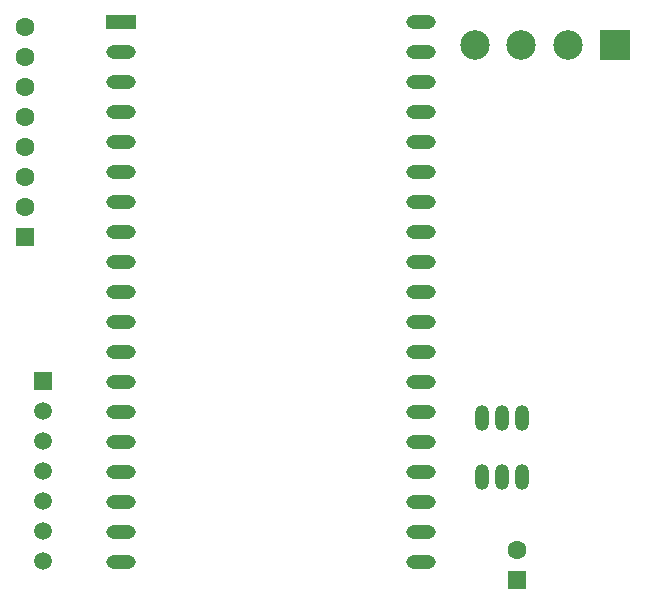
<source format=gtl>
G04*
G04 #@! TF.GenerationSoftware,Altium Limited,Altium Designer,21.3.2 (30)*
G04*
G04 Layer_Physical_Order=1*
G04 Layer_Color=255*
%FSTAX24Y24*%
%MOIN*%
G70*
G04*
G04 #@! TF.SameCoordinates,6B988B76-0ACF-4F39-8010-38100BFBF103*
G04*
G04*
G04 #@! TF.FilePolarity,Positive*
G04*
G01*
G75*
%ADD24O,0.0472X0.0866*%
%ADD25R,0.0630X0.0630*%
%ADD26C,0.0630*%
%ADD27C,0.0984*%
%ADD28R,0.0984X0.0984*%
%ADD29C,0.0598*%
%ADD30R,0.0598X0.0598*%
%ADD31R,0.0984X0.0472*%
%ADD32O,0.0984X0.0472*%
D24*
X051081Y0218D02*
D03*
X05175D02*
D03*
X052419D02*
D03*
Y023768D02*
D03*
X05175D02*
D03*
X051081D02*
D03*
D25*
X05225Y01835D02*
D03*
X03585Y0298D02*
D03*
D26*
X05225Y01935D02*
D03*
X03585Y0368D02*
D03*
Y0358D02*
D03*
Y0318D02*
D03*
Y0308D02*
D03*
Y0328D02*
D03*
Y0338D02*
D03*
Y0348D02*
D03*
D27*
X053959Y0362D02*
D03*
X0524D02*
D03*
X050841D02*
D03*
D28*
X055518D02*
D03*
D29*
X03645Y019D02*
D03*
Y02D02*
D03*
Y021D02*
D03*
Y022D02*
D03*
Y024D02*
D03*
Y023D02*
D03*
D30*
Y025D02*
D03*
D31*
X03905Y03697D02*
D03*
D32*
Y03597D02*
D03*
Y03497D02*
D03*
Y03397D02*
D03*
Y03297D02*
D03*
Y03197D02*
D03*
Y03097D02*
D03*
Y02997D02*
D03*
Y02897D02*
D03*
Y02797D02*
D03*
Y02697D02*
D03*
Y02597D02*
D03*
Y02497D02*
D03*
Y02397D02*
D03*
Y02297D02*
D03*
Y02197D02*
D03*
Y02097D02*
D03*
Y01997D02*
D03*
Y01897D02*
D03*
X04905Y03697D02*
D03*
Y03597D02*
D03*
Y03497D02*
D03*
Y03397D02*
D03*
Y03297D02*
D03*
Y03197D02*
D03*
Y03097D02*
D03*
Y02997D02*
D03*
Y02897D02*
D03*
Y02797D02*
D03*
Y02697D02*
D03*
Y02597D02*
D03*
Y02497D02*
D03*
Y02397D02*
D03*
Y02297D02*
D03*
Y02197D02*
D03*
Y02097D02*
D03*
Y01997D02*
D03*
Y01897D02*
D03*
M02*

</source>
